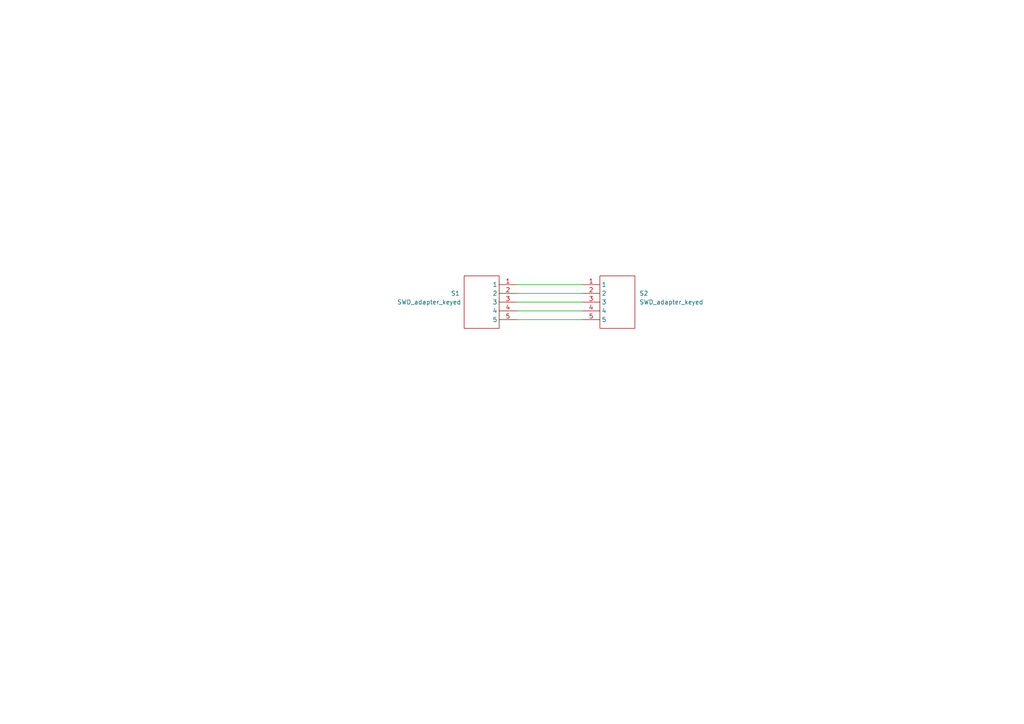
<source format=kicad_sch>
(kicad_sch (version 20211123) (generator eeschema)
  (paper "A4")
  (lib_symbols
    (symbol "h0h4_Hochreiner:SWD_adapter_keyed"
      (property "Reference" "S" (at 0 8.89 0))
      (property "Value" "SWD_adapter_keyed" (at 0 11.43 0))
      (symbol "SWD_adapter_keyed_0_0"
        (pin passive line (at -10.16 5.08 0) (length 5.08) (name "1") (number "1"))
        (pin passive line (at -10.16 2.54 0) (length 5.08) (name "2") (number "2"))
        (pin passive line (at -10.16 0 0) (length 5.08) (name "3") (number "3"))
        (pin passive line (at -10.16 -2.54 0) (length 5.08) (name "4") (number "4"))
        (pin passive line (at -10.16 -5.08 0) (length 5.08) (name "5") (number "5"))
      )
      (symbol "SWD_adapter_keyed_0_1"
        (rectangle (start -5.08 7.62) (end 5.08 -7.62) (stroke (width 0.1524)))
      )
    )
  )
  (wire (pts (xy 149.86 85.09) (xy 168.91 85.09)))
  (wire (pts (xy 149.86 82.55) (xy 168.91 82.55)))
  (wire (pts (xy 149.86 92.71) (xy 168.91 92.71)))
  (wire (pts (xy 149.86 87.63) (xy 168.91 87.63)))
  (wire (pts (xy 149.86 90.17) (xy 168.91 90.17)))
  (symbol (lib_id "h0h4_Hochreiner:SWD_adapter_keyed") (at 179.07 87.63 0) (unit 1)
    (property "Reference" "S2" (at 185.42 85.09 0) (effects (justify left)))
    (property "Value" "SWD_adapter_keyed" (at 185.42 87.63 0) (effects (justify left)))
    (property "Footprint" "h0h4_Hochreiner:SWD_adapter_FTSH-103-05-F-DV" (effects hide))
  )
  (symbol (lib_id "h0h4_Hochreiner:SWD_adapter_keyed") (at 139.7 87.63 0) (mirror y) (unit 1)
    (property "Reference" "S1" (at 132.08 85.09 0))
    (property "Value" "SWD_adapter_keyed" (at 124.46 87.63 0))
    (property "Footprint" "h0h4_Hochreiner:SWD_adapter_10129383-906001ALF" (effects hide))
  )
)
</source>
